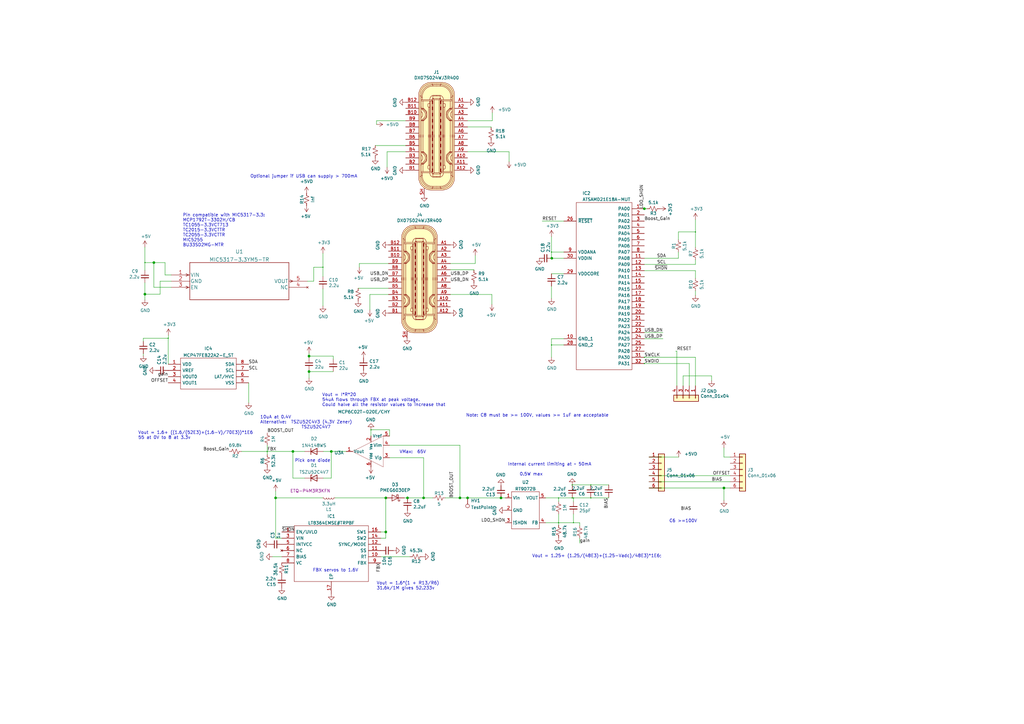
<source format=kicad_sch>
(kicad_sch (version 20231120) (generator "eeschema") (generator_version "8.0")
  (paper "A3")
  (junction (at 264.287 146.558) (diameter 0.3048))
  (junction (at 120.142 185.166))
  (junction (at 235.204 214.376) (diameter 0.3048))
  (junction (at 113.03 204.216))
  (junction (at 126.746 146.05))
  (junction (at 229.108 204.216) (diameter 0.3048))
  (junction (at 158.242 204.216))
  (junction (at 242.316 204.216) (diameter 0.3048))
  (junction (at 234.696 204.216) (diameter 0.3048))
  (junction (at 109.601 185.166) (diameter 0.3048))
  (junction (at 285.242 95.123) (diameter 0.3048))
  (junction (at 229.108 214.376) (diameter 0.3048))
  (junction (at 205.486 204.216))
  (junction (at 296.926 200.152))
  (junction (at 234.696 198.882) (diameter 0.3048))
  (junction (at 63.119 107.696))
  (junction (at 126.746 152.4))
  (junction (at 226.187 141.478) (diameter 0.3048))
  (junction (at 242.316 198.882) (diameter 0.3048))
  (junction (at 158.242 218.186))
  (junction (at 226.187 103.378) (diameter 0.3048))
  (junction (at 264.287 149.098) (diameter 0.3048))
  (junction (at 132.461 109.601) (diameter 0.3048))
  (junction (at 59.436 120.65))
  (junction (at 135.89 185.166))
  (junction (at 173.736 204.216))
  (junction (at 59.436 107.696) (diameter 0.3048))
  (junction (at 226.314 105.918))
  (junction (at 188.6458 204.216))
  (junction (at 264.287 85.598))
  (junction (at 167.132 204.216))
  (junction (at 191.77 204.216))
  (junction (at 152.146 176.276) (diameter 0.3048))
  (junction (at 235.204 204.216) (diameter 0.3048))
  (junction (at 68.961 138.7348) (diameter 0.3048))
  (wire (pts (xy 231.267 141.478) (xy 226.187 141.478)))
  (wire (pts (xy 266.192 187.452) (xy 278.384 187.452)))
  (wire (pts (xy 291.846 154.178) (xy 291.846 156.083)))
  (wire (pts (xy 67.691 107.696) (xy 67.691 112.776)))
  (wire (pts (xy 285.242 146.558) (xy 285.242 158.242)))
  (wire (pts (xy 229.108 214.376) (xy 235.204 214.376)))
  (wire (pts (xy 235.204 214.376) (xy 237.744 214.376)))
  (wire (pts (xy 237.744 214.376) (xy 237.744 215.646)))
  (wire (pts (xy 147.3962 108.077) (xy 147.3962 109.601)))
  (wire (pts (xy 184.7342 120.777) (xy 201.7522 120.777)))
  (wire (pts (xy 234.696 198.882) (xy 234.696 199.136)))
  (wire (pts (xy 296.926 187.452) (xy 299.466 187.452)))
  (wire (pts (xy 231.267 112.268) (xy 226.187 112.268)))
  (wire (pts (xy 109.601 182.626) (xy 109.601 185.166)))
  (wire (pts (xy 159.766 182.626) (xy 188.6458 182.626)))
  (wire (pts (xy 58.801 138.7348) (xy 68.961 138.7348)))
  (wire (pts (xy 173.736 187.706) (xy 173.736 204.216)))
  (wire (pts (xy 264.287 146.558) (xy 285.242 146.558)))
  (wire (pts (xy 277.114 144.018) (xy 277.622 144.018)))
  (wire (pts (xy 278.257 105.918) (xy 278.257 103.378)))
  (wire (pts (xy 278.257 95.123) (xy 278.257 98.298)))
  (wire (pts (xy 226.187 103.378) (xy 231.267 103.378)))
  (wire (pts (xy 158.75 62.23) (xy 158.75 68.58)))
  (wire (pts (xy 222.377 90.678) (xy 231.267 90.678)))
  (wire (pts (xy 264.287 85.598) (xy 265.43 85.598)))
  (wire (pts (xy 264.16 85.598) (xy 264.287 85.598)))
  (wire (pts (xy 194.3862 110.617) (xy 194.3862 110.871)))
  (wire (pts (xy 126.746 146.05) (xy 126.746 144.907)))
  (wire (pts (xy 126.746 146.812) (xy 126.746 146.05)))
  (wire (pts (xy 59.436 107.696) (xy 63.119 107.696)))
  (wire (pts (xy 63.119 107.696) (xy 67.691 107.696)))
  (wire (pts (xy 156.21 220.726) (xy 158.242 220.726)))
  (wire (pts (xy 158.242 220.726) (xy 158.242 218.186)))
  (wire (pts (xy 156.21 218.186) (xy 158.242 218.186)))
  (wire (pts (xy 285.242 95.123) (xy 285.242 101.473)))
  (wire (pts (xy 191.77 49.53) (xy 201.93 49.53)))
  (wire (pts (xy 285.242 121.158) (xy 285.242 119.253)))
  (wire (pts (xy 184.7342 108.077) (xy 194.8942 108.077)))
  (wire (pts (xy 296.926 200.152) (xy 296.926 205.232)))
  (wire (pts (xy 113.03 201.422) (xy 113.03 204.216)))
  (wire (pts (xy 234.696 198.882) (xy 242.316 198.882)))
  (wire (pts (xy 126.746 152.4) (xy 126.746 155.067)))
  (wire (pts (xy 126.746 151.892) (xy 126.746 152.4)))
  (wire (pts (xy 151.7142 120.777) (xy 151.7142 127.127)))
  (wire (pts (xy 201.422 52.07) (xy 201.422 52.324)))
  (wire (pts (xy 249.682 204.216) (xy 249.682 203.962)))
  (wire (pts (xy 242.316 204.216) (xy 249.682 204.216)))
  (wire (pts (xy 191.77 62.23) (xy 208.788 62.23)))
  (wire (pts (xy 264.287 149.098) (xy 282.702 149.098)))
  (wire (pts (xy 223.774 204.216) (xy 229.108 204.216)))
  (wire (pts (xy 229.108 204.216) (xy 234.696 204.216)))
  (wire (pts (xy 280.162 158.242) (xy 280.162 154.178)))
  (wire (pts (xy 152.146 176.276) (xy 152.146 178.816)))
  (wire (pts (xy 201.93 49.53) (xy 201.93 46.228)))
  (wire (pts (xy 264.287 138.938) (xy 271.907 138.938)))
  (wire (pts (xy 208.788 62.23) (xy 208.788 66.294)))
  (wire (pts (xy 266.192 200.152) (xy 296.926 200.152)))
  (wire (pts (xy 99.06 185.166) (xy 109.601 185.166)))
  (wire (pts (xy 153.924 59.69) (xy 166.37 59.69)))
  (wire (pts (xy 296.926 200.152) (xy 299.466 200.152)))
  (wire (pts (xy 113.03 220.726) (xy 115.57 220.726)))
  (wire (pts (xy 264.16 146.558) (xy 264.287 146.558)))
  (wire (pts (xy 205.486 204.216) (xy 207.264 204.216)))
  (wire (pts (xy 285.242 90.043) (xy 285.242 95.123)))
  (wire (pts (xy 68.961 138.7348) (xy 69.088 138.7348)))
  (wire (pts (xy 237.744 220.726) (xy 237.744 222.758)))
  (wire (pts (xy 277.622 158.242) (xy 277.622 144.018)))
  (wire (pts (xy 182.626 204.216) (xy 188.6458 204.216)))
  (wire (pts (xy 191.77 204.216) (xy 205.486 204.216)))
  (wire (pts (xy 188.6458 204.216) (xy 191.77 204.216)))
  (wire (pts (xy 109.601 185.166) (xy 109.601 186.436)))
  (wire (pts (xy 226.187 105.918) (xy 226.187 103.378)))
  (wire (pts (xy 128.651 115.316) (xy 128.651 109.601)))
  (wire (pts (xy 278.257 95.123) (xy 285.242 95.123)))
  (wire (pts (xy 194.8942 108.077) (xy 194.8942 104.775)))
  (wire (pts (xy 223.774 214.376) (xy 229.108 214.376)))
  (wire (pts (xy 59.436 115.951) (xy 59.436 120.65)))
  (wire (pts (xy 59.436 120.65) (xy 59.436 122.936)))
  (wire (pts (xy 264.287 110.998) (xy 285.242 110.998)))
  (wire (pts (xy 285.242 108.458) (xy 285.242 106.553)))
  (wire (pts (xy 285.242 110.998) (xy 285.242 114.173)))
  (wire (pts (xy 113.03 204.216) (xy 113.03 220.726)))
  (wire (pts (xy 132.588 196.088) (xy 135.89 196.088)))
  (wire (pts (xy 135.89 196.088) (xy 135.89 185.166)))
  (wire (pts (xy 226.187 97.028) (xy 226.187 103.378)))
  (wire (pts (xy 168.148 228.346) (xy 156.21 228.346)))
  (wire (pts (xy 126.746 152.4) (xy 136.652 152.4)))
  (wire (pts (xy 147.3962 108.077) (xy 159.3342 108.077)))
  (wire (pts (xy 266.192 195.072) (xy 299.466 195.072)))
  (wire (pts (xy 128.651 109.601) (xy 132.461 109.601)))
  (wire (pts (xy 58.801 145.8468) (xy 58.801 145.0848)))
  (wire (pts (xy 132.461 109.601) (xy 132.461 113.411)))
  (wire (pts (xy 126.111 115.316) (xy 128.651 115.316)))
  (wire (pts (xy 70.231 112.776) (xy 67.691 112.776)))
  (wire (pts (xy 191.77 52.07) (xy 201.422 52.07)))
  (wire (pts (xy 159.766 187.706) (xy 173.736 187.706)))
  (wire (pts (xy 101.981 157.0228) (xy 101.981 165.1508)))
  (wire (pts (xy 154.432 49.53) (xy 166.37 49.53)))
  (wire (pts (xy 152.146 176.276) (xy 159.766 176.276)))
  (wire (pts (xy 154.432 49.53) (xy 154.432 51.054)))
  (wire (pts (xy 226.187 141.478) (xy 226.187 146.558)))
  (wire (pts (xy 146.8882 118.237) (xy 159.3342 118.237)))
  (wire (pts (xy -142.494 55.372) (xy -142.494 61.976)))
  (wire (pts (xy 264.16 149.098) (xy 264.287 149.098)))
  (wire (pts (xy 159.766 178.816) (xy 159.766 176.276)))
  (wire (pts (xy 226.187 117.348) (xy 226.187 122.428)))
  (wire (pts (xy 229.108 210.82) (xy 229.108 214.376)))
  (wire (pts (xy 229.108 214.376) (xy 229.108 215.392)))
  (wire (pts (xy 109.601 185.166) (xy 120.142 185.166)))
  (wire (pts (xy 120.142 185.166) (xy 124.968 185.166)))
  (wire (pts (xy 296.926 187.452) (xy 296.926 183.642)))
  (wire (pts (xy 58.801 140.0048) (xy 58.801 138.7348)))
  (wire (pts (xy 59.436 107.696) (xy 59.436 110.871)))
  (wire (pts (xy 113.03 204.216) (xy 132.334 204.216)))
  (wire (pts (xy 120.142 196.088) (xy 120.142 185.166)))
  (wire (pts (xy 124.968 196.088) (xy 120.142 196.088)))
  (wire (pts (xy 158.242 204.216) (xy 158.242 218.186)))
  (wire (pts (xy 151.7142 120.777) (xy 159.3342 120.777)))
  (wire (pts (xy 280.162 154.178) (xy 291.846 154.178)))
  (wire (pts (xy 59.436 101.346) (xy 59.436 107.696)))
  (wire (pts (xy 264.287 136.398) (xy 271.907 136.398)))
  (wire (pts (xy 135.89 185.166) (xy 141.986 185.166)))
  (wire (pts (xy 132.588 185.166) (xy 135.89 185.166)))
  (wire (pts (xy 282.702 158.242) (xy 282.702 149.098)))
  (wire (pts (xy 231.267 105.918) (xy 226.314 105.918)))
  (wire (pts (xy 226.314 105.918) (xy 226.187 105.918)))
  (wire (pts (xy 63.119 117.856) (xy 63.119 107.696)))
  (wire (pts (xy 70.231 117.856) (xy 63.119 117.856)))
  (wire (pts (xy 137.414 204.216) (xy 158.242 204.216)))
  (wire (pts (xy 68.961 149.4028) (xy 68.961 138.7348)))
  (wire (pts (xy 235.204 204.216) (xy 242.316 204.216)))
  (wire (pts (xy 242.316 204.216) (xy 242.316 203.962)))
  (wire (pts (xy 234.696 204.216) (xy 235.204 204.216)))
  (wire (pts (xy 242.316 198.882) (xy 249.682 198.882)))
  (wire (pts (xy 184.7342 110.617) (xy 194.3862 110.617)))
  (wire (pts (xy 264.287 105.918) (xy 278.257 105.918)))
  (wire (pts (xy 226.187 138.938) (xy 226.187 141.478)))
  (wire (pts (xy 158.75 62.23) (xy 166.37 62.23)))
  (wire (pts (xy 231.267 138.938) (xy 226.187 138.938)))
  (wire (pts (xy 65.659 115.316) (xy 65.659 120.65)))
  (wire (pts (xy 70.231 115.316) (xy 65.659 115.316)))
  (wire (pts (xy 59.436 120.65) (xy 65.659 120.65)))
  (wire (pts (xy 264.16 113.284) (xy 264.16 113.538)))
  (wire (pts (xy 264.16 113.538) (xy 264.287 113.538)))
  (wire (pts (xy 136.652 146.05) (xy 126.746 146.05)))
  (wire (pts (xy 136.652 147.32) (xy 136.652 146.05)))
  (wire (pts (xy 201.7522 120.777) (xy 201.7522 124.841)))
  (wire (pts (xy 235.204 210.82) (xy 235.204 214.376)))
  (wire (pts (xy 132.461 103.886) (xy 132.461 109.601)))
  (wire (pts (xy 188.6458 182.626) (xy 188.6458 204.216)))
  (wire (pts (xy 266.192 197.612) (xy 299.466 197.612)))
  (wire (pts (xy 111.76 228.346) (xy 115.57 228.346)))
  (wire (pts (xy 132.461 118.491) (xy 132.461 125.476)))
  (wire (pts (xy 229.108 204.216) (xy 229.108 205.74)))
  (wire (pts (xy 69.088 138.7348) (xy 69.088 137.4648)))
  (wire (pts (xy 235.204 204.216) (xy 235.204 205.74)))
  (wire (pts (xy 167.132 204.216) (xy 173.736 204.216)))
  (wire (pts (xy 173.736 204.216) (xy 177.546 204.216)))
  (wire (pts (xy 165.862 204.216) (xy 167.132 204.216)))
  (wire (pts (xy 264.287 108.458) (xy 285.242 108.458)))
  (text "Vout = 1.6*(1 + R13/R6)\n31.6k/1M gives 52.233v\n" (at 154.432 242.062 0) (effects (font (size 1.27 1.27)) (justify left bottom)))
  (text "Note: C8 must be >= 100V, values >= 1uF are acceptable" (at 249.682 171.196 0) (effects (font (size 1.27 1.27)) (justify right bottom)))
  (text "Optional jumper if USB can supply > 700mA" (at 102.616 73.152 0) (effects (font (size 1.27 1.27)) (justify left bottom)))
  (text "Vout = I*R*20\n54uA flows through FBX at peak voltage.  \nCould halve all the resistor values to increase that" (at 132.08 166.878 0) (effects (font (size 1.27 1.27)) (justify left bottom)))
  (text "Pick one diode" (at 120.904 189.738 0) (effects (font (size 1.27 1.27)) (justify left bottom)))
  (text "Internal current limiting at ~ 50mA" (at 208.28 191.262 0) (effects (font (size 1.27 1.27)) (justify left bottom)))
  (text "Pin compatible with MIC5317-3.3:\nMCP1792T-3302H/CB\nTC1055-3.3VCT713\nTC2015-3.3VCTTR\nTC2055-3.3VCTTR\nMIC5255\nBU33SD2MG-MTR" (at 74.93 101.346 0) (effects (font (size 1.27 1.27)) (justify left bottom)))
  (text "20x version?" (at -53.34 38.1 0) (effects (font (size 1.27 1.27)) (justify left bottom)))
  (text "0.5W max" (at 213.106 195.326 0) (effects (font (size 1.27 1.27)) (justify left bottom)))
  (text "10uA at 0.4V\nAlternative:  TSZU52C4V3 (4.3V Zener) \n			  TSZU52C4V7 " (at 106.68 176.022 0) (effects (font (size 1.27 1.27)) (justify left bottom)))
  (text "C6 >=100V" (at 274.447 214.503 0) (effects (font (size 1.27 1.27)) (justify left bottom)))
  (text "Vout = 1.25+ (1.25/(48E3)+(1.25-Vadc)/48E3)*1E6;" (at 218.186 228.854 0) (effects (font (size 1.27 1.27)) (justify left bottom)))
  (text "VMax:  65V" (at 163.83 186.182 0) (effects (font (size 1.27 1.27)) (justify left bottom)))
  (text "Vout = 1.6+ ((1.6/(52E3)+(1.6-V)/70E3))*1E6\n55 at 0V to 8 at 3.3v" (at 56.642 180.34 0) (effects (font (size 1.27 1.27)) (justify left bottom)))
  (text "FBX servos to 1.6V" (at 128.27 234.696 0) (effects (font (size 1.27 1.27)) (justify left bottom)))
  (label "USB_DN" (at 264.287 136.398 0))
  (label "FBX" (at 156.21 230.886 270))
  (label "BOOST_OUT" (at 109.601 177.546 0))
  (label "RESET" (at 222.377 90.678 0))
  (label "~{SHDN}" (at 273.812 110.998 180))
  (label "LDO_SHDN" (at 264.16 85.598 90))
  (label "SDA" (at 101.981 149.4028 0))
  (label "Boost_Gain" (at 93.98 185.166 180))
  (label "BIAS" (at 249.6664 204.216 270))
  (label "~{SHDN}" (at 115.57 218.186 0))
  (label "SWCLK" (at 264.287 146.558 0))
  (label "SCL" (at 273.177 108.458 180))
  (label "BIAS" (at 291.846 197.612 0))
  (label "USB_DN" (at 184.7342 115.697 0))
  (label "FBX" (at 109.601 185.166 0))
  (label "BIAS" (at 279.146 209.55 0))
  (label "RESET" (at 277.622 144.018 0))
  (label "OFFSET" (at 68.961 157.0228 180))
  (label "SCL" (at 101.981 151.9428 0))
  (label "Boost_Gain" (at 264.287 90.678 0))
  (label "USB_DP" (at 159.3342 115.697 180))
  (label "BOOST_OUT" (at 186.182 204.216 90))
  (label "OFFSET" (at 292.354 195.072 0))
  (label "gain" (at 237.744 222.758 0))
  (label "LDO_SHDN" (at 207.264 214.376 180))
  (label "USB_DN" (at 159.3342 113.157 180))
  (label "USB_DP" (at 264.287 138.938 0))
  (label "USB_DP" (at 184.7342 113.157 0))
  (label "gain" (at 68.961 154.4828 180))
  (label "SWDIO" (at 264.287 149.098 0))
  (label "SDA" (at 273.177 105.918 180))
  (symbol (lib_id "ATSAMD21E18A-AFT:ATSAMD21E18A-AFT") (at 231.267 98.298 0) (unit 1)
    (property "Reference" "IC2" (at 238.887 79.248 0) (effects (justify left)))
    (property "Value" "ATSAMD21E18A-MUT" (at 238.887 81.788 0) (effects (justify left)))
    (property "Footprint" "QFN-32-1EP_5x5mm_Pitch0.5mm" (effects (hide yes)))
    (property "Datasheet" "http://www.microchip.com/mymicrochip/filehandler.aspx?ddocname=en590209" (effects (hide yes)))
    (property "Description" "ARM Microcontrollers - MCU Cortex-M0+,64KB FLASH,8KB SRAM T&R, - 32TQFP 125C, GREEN,1.6-3.6V,48MHz" (effects (hide yes)))
    (property "Height" "1.2" (effects (hide yes)))
    (property "Manufacturer_Name" "Microchip" (effects (hide yes)))
    (property "Manufacturer_Part_Number" "ATSAMD21E18A-AFT" (effects (hide yes)))
    (property "Arrow Part Number" "ATSAMD21E18A-AFT" (effects (hide yes)))
    (property "Arrow Price/Stock" "https://www.arrow.com/en/products/atsamd21e18a-aft/microchip-technology" (effects (hide yes)))
  )
  (symbol (lib_id "power:GND") (at 226.187 146.558 0) (unit 1)
    (property "Reference" "#PWR0112" (effects (hide yes)))
    (property "Value" "GND" (at 226.314 150.9522 0))
  )
  (symbol (lib_id "power:+3V3") (at 226.187 97.028 0) (unit 1)
    (property "Reference" "#PWR0113" (effects (hide yes)))
    (property "Value" "+3V3" (at 226.568 92.6338 0))
  )
  (symbol (lib_id "Device:C_Small") (at 226.187 114.808 0) (unit 1)
    (property "Reference" "C7" (at 228.5238 113.6396 0) (effects (justify left)))
    (property "Value" "2.2u" (at 228.5238 115.951 0) (effects (justify left)))
    (property "Footprint" "C_0402_1005Metric" (effects (hide yes)))
  )
  (symbol (lib_id "power:GND") (at 226.187 122.428 0) (unit 1)
    (property "Reference" "#PWR0114" (effects (hide yes)))
    (property "Value" "GND" (at 226.314 126.8222 0))
  )
  (symbol (lib_id "power:GND") (at 291.846 156.083 0) (unit 1)
    (property "Reference" "#PWR0116" (effects (hide yes)))
    (property "Value" "GND" (at 291.973 160.4772 0))
  )
  (symbol (lib_id "power:+5V") (at 126.746 144.907 0) (mirror y) (unit 1)
    (property "Reference" "#PWR0101" (effects (hide yes)))
    (property "Value" "+5V" (at 126.365 140.5128 0))
  )
  (symbol (lib_id "Device:C_Small") (at 126.746 149.352 0) (unit 1)
    (property "Reference" "C4" (at 129.0828 148.1836 0) (effects (justify left)))
    (property "Value" "22u" (at 129.0828 150.495 0) (effects (justify left)))
    (property "Footprint" "footprints:C_0603_1608Metric" (effects (hide yes)))
    (property "Voltage" "10V" (effects (hide yes)))
  )
  (symbol (lib_id "power:GND") (at 126.746 155.067 0) (unit 1)
    (property "Reference" "#PWR0102" (effects (hide yes)))
    (property "Value" "GND" (at 126.873 159.4612 0))
  )
  (symbol (lib_id "power:GND") (at 234.696 198.882 180) (unit 1)
    (property "Reference" "#PWR0103" (effects (hide yes)))
    (property "Value" "GND" (at 234.569 194.4878 0))
  )
  (symbol (lib_id "Device:C_Small") (at 167.132 206.756 0) (unit 1)
    (property "Reference" "C8" (at 169.4688 205.5876 0) (effects (justify left)))
    (property "Value" "2.2uF" (at 169.469 207.899 0) (effects (justify left)))
    (property "Footprint" "Capacitor_SMD:C_1206_3216Metric" (effects (hide yes)))
    (property "Voltage" "100V" (effects (hide yes)))
  )
  (symbol (lib_id "power:GND") (at 167.132 209.296 0) (unit 1)
    (property "Reference" "#PWR0105" (effects (hide yes)))
    (property "Value" "GND" (at 167.259 213.6902 0))
  )
  (symbol (lib_id "power:GND") (at 296.926 205.232 0) (unit 1)
    (property "Reference" "#PWR0123" (effects (hide yes)))
    (property "Value" "GND" (at 297.053 209.6262 0))
  )
  (symbol (lib_id "power:+5V") (at 296.926 183.642 0) (unit 1)
    (property "Reference" "#PWR0124" (effects (hide yes)))
    (property "Value" "+5V" (at 297.307 179.2478 0))
  )
  (symbol (lib_id "Connector_Generic:Conn_01x06") (at 304.546 192.532 0) (unit 1)
    (property "Reference" "J3" (at 306.578 192.7352 0) (effects (justify left)))
    (property "Value" "Conn_01x06" (at 306.578 195.0466 0) (effects (justify left)))
    (property "Footprint" "footprints:PinHeader_2x03_P2.54mm_Vertical" (effects (hide yes)))
  )
  (symbol (lib_id "Device:R_Small_US") (at 146.8882 120.777 0) (mirror y) (unit 1)
    (property "Reference" "R8" (at 145.161 119.6086 0) (effects (justify left)))
    (property "Value" "5.1k" (at 145.161 121.92 0) (effects (justify left)))
    (property "Footprint" "R_0402_1005Metric" (effects (hide yes)))
  )
  (symbol (lib_id "Device:R_Small_US") (at 194.3862 113.411 0) (unit 1)
    (property "Reference" "R9" (at 196.1134 112.2426 0) (effects (justify left)))
    (property "Value" "5.1k" (at 196.1134 114.554 0) (effects (justify left)))
    (property "Footprint" "R_0402_1005Metric" (effects (hide yes)))
  )
  (symbol (lib_id "Device:R_Small_US") (at 278.257 100.838 0) (unit 1)
    (property "Reference" "R1" (at 276.352 100.838 90))
    (property "Value" "5.1k" (at 280.797 100.838 90))
    (property "Footprint" "R_0402_1005Metric" (effects (hide yes)))
  )
  (symbol (lib_id "Device:R_Small_US") (at 285.242 104.013 0) (unit 1)
    (property "Reference" "R7" (at 283.337 104.013 90))
    (property "Value" "5.1k" (at 287.782 104.013 90))
    (property "Footprint" "R_0402_1005Metric" (effects (hide yes)))
  )
  (symbol (lib_id "power:+3V3") (at 285.242 90.043 0) (unit 1)
    (property "Reference" "#PWR0115" (effects (hide yes)))
    (property "Value" "+3V3" (at 285.623 85.6488 0))
  )
  (symbol (lib_id "Device:R_Small_US") (at 285.242 116.713 0) (unit 1)
    (property "Reference" "R10" (at 283.337 116.713 90))
    (property "Value" "5.1k" (at 287.782 116.713 90))
    (property "Footprint" "R_0402_1005Metric" (effects (hide yes)))
  )
  (symbol (lib_id "power:GND") (at 285.242 121.158 0) (unit 1)
    (property "Reference" "#PWR0125" (effects (hide yes)))
    (property "Value" "GND" (at 285.369 125.5522 0))
  )
  (symbol (lib_id "dk_USB-DVI-HDMI-Connectors:DX07S024WJ3R400") (at 172.0342 114.427 0) (unit 1)
    (property "Reference" "J4" (at 172.0342 88.138 0))
    (property "Value" "DX07S024WJ3R400" (at 172.0342 90.4494 0))
    (property "Footprint" "digikey-footprints:USB-C_Female_Vert_DX07S024WJ3R400" (effects (hide yes)))
    (property "Datasheet" "https://www.jae.com/direct/topics/topics_file_download/topics_id=66513&ext_no=06&index=1&_lang=en" (effects (hide yes)))
    (property "Description" "CONN RCPT USB3.1 TYPEC 24POS SMD" (effects (hide yes)))
    (property "Digi-Key_PN" "670-2950-1-ND" (effects (hide yes)))
    (property "MPN" "DX07S024WJ3R400" (effects (hide yes)))
    (property "Category" "Connectors, Interconnects" (effects (hide yes)))
    (property "Family" "USB, DVI, HDMI Connectors" (effects (hide yes)))
    (property "DK_Datasheet_Link" "https://www.jae.com/direct/topics/topics_file_download/topics_id=66513&ext_no=06&index=1&_lang=en" (effects (hide yes)))
    (property "DK_Detail_Page" "/product-detail/en/jae-electronics/DX07S024WJ3R400/670-2950-1-ND/6594046" (effects (hide yes)))
    (property "Manufacturer" "JAE Electronics" (effects (hide yes)))
    (property "Status" "Active" (effects (hide yes)))
  )
  (symbol (lib_id "power:GND") (at 166.9542 138.557 0) (unit 1)
    (property "Reference" "#PWR0110" (effects (hide yes)))
    (property "Value" "GND" (at 167.0812 142.9512 0))
  )
  (symbol (lib_id "power:+5V") (at 151.7142 127.127 180) (unit 1)
    (property "Reference" "#PWR0111" (effects (hide yes)))
    (property "Value" "+5V" (at 151.3332 131.5212 0))
  )
  (symbol (lib_id "power:GND") (at 146.8882 123.317 0) (unit 1)
    (property "Reference" "#PWR0128" (effects (hide yes)))
    (property "Value" "GND" (at 147.0152 127.7112 0))
  )
  (symbol (lib_id "power:GND") (at 194.3862 115.951 0) (unit 1)
    (property "Reference" "#PWR0129" (effects (hide yes)))
    (property "Value" "GND" (at 194.5132 120.3452 0))
  )
  (symbol (lib_id "power:+5V") (at 194.8942 104.775 0) (unit 1)
    (property "Reference" "#PWR0130" (effects (hide yes)))
    (property "Value" "+5V" (at 195.2752 100.3808 0))
  )
  (symbol (lib_id "power:+5V") (at 201.7522 124.841 180) (unit 1)
    (property "Reference" "#PWR0131" (effects (hide yes)))
    (property "Value" "+5V" (at 201.3712 129.2352 0))
  )
  (symbol (lib_id "power:GND") (at 184.7342 128.397 90) (unit 1)
    (property "Reference" "#PWR0132" (effects (hide yes)))
    (property "Value" "GND" (at 189.1284 128.27 0))
  )
  (symbol (lib_id "power:GND") (at 184.7342 100.457 90) (unit 1)
    (property "Reference" "#PWR0133" (effects (hide yes)))
    (property "Value" "GND" (at 189.1284 100.33 0))
  )
  (symbol (lib_id "power:GND") (at 159.3342 100.457 270) (unit 1)
    (property "Reference" "#PWR0134" (effects (hide yes)))
    (property "Value" "GND" (at 154.94 100.584 0))
  )
  (symbol (lib_id "power:GND") (at 159.3342 128.397 270) (unit 1)
    (property "Reference" "#PWR0135" (effects (hide yes)))
    (property "Value" "GND" (at 154.94 128.524 0))
  )
  (symbol (lib_id "power:+5V") (at 147.3962 109.601 180) (unit 1)
    (property "Reference" "#PWR0118" (effects (hide yes)))
    (property "Value" "+5V" (at 147.0152 113.9952 0))
  )
  (symbol (lib_name "Device:R_Small_US_4") (lib_id "Device:R_Small_US") (at 115.57 233.426 180) (unit 1)
    (property "Reference" "R11" (at 117.475 233.426 90))
    (property "Value" "36.5k" (at 113.03 233.426 90))
    (property "Footprint" "R_0402_1005Metric" (effects (hide yes)))
  )
  (symbol (lib_id "power:+5VD") (at 158.75 68.58 180) (unit 1)
    (property "Reference" "#PWR0151" (effects (hide yes)))
    (property "Value" "+5VD" (at 155.956 73.152 0) (effects (justify right)))
  )
  (symbol (lib_id "Device:C_Small") (at 136.652 149.86 0) (unit 1)
    (property "Reference" "C1" (at 138.9888 148.6916 0) (effects (justify left)))
    (property "Value" "22u" (at 138.9888 151.003 0) (effects (justify left)))
    (property "Footprint" "footprints:C_0603_1608Metric" (effects (hide yes)))
    (property "Voltage" "10V" (effects (hide yes)))
  )
  (symbol (lib_id "power:GND") (at 201.422 57.404 0) (unit 1)
    (property "Reference" "#PWR0126" (effects (hide yes)))
    (property "Value" "GND" (at 201.549 61.7982 0))
  )
  (symbol (lib_id "power:GND") (at 173.99 80.01 0) (unit 1)
    (property "Reference" "#PWR0146" (effects (hide yes)))
    (property "Value" "GND" (at 174.117 84.4042 0))
  )
  (symbol (lib_name "power:GND_4") (lib_id "power:GND") (at 161.29 225.806 90) (unit 1)
    (property "Reference" "#PWR09" (effects (hide yes)))
    (property "Value" "GND" (at 165.6842 225.679 0))
  )
  (symbol (lib_name "power:+5V_5") (lib_id "power:+5V") (at 152.146 191.516 180) (unit 1)
    (property "Reference" "#PWR08" (effects (hide yes)))
    (property "Value" "+5V" (at 151.765 195.9102 0))
  )
  (symbol (lib_name "power:GND_16") (lib_id "power:GND") (at 152.146 176.276 180) (unit 1)
    (property "Reference" "#PWR07" (effects (hide yes)))
    (property "Value" "GND" (at 152.019 172.1358 0))
  )
  (symbol (lib_id "Connector_Generic:Conn_01x04") (at 282.702 163.322 270) (unit 1)
    (property "Reference" "J2" (at 287.2741 160.1406 90) (effects (justify left)))
    (property "Value" "Conn_01x04" (at 287.2741 162.4393 90) (effects (justify left)))
    (property "Footprint" "Connector_PinHeader_2.54mm:PinHeader_1x04_P2.54mm_Vertical_SMD_Pin1Right" (effects (hide yes)))
  )
  (symbol (lib_name "Device:C_Small_7") (lib_id "Device:C_Small") (at 113.03 223.266 90) (unit 1)
    (property "Reference" "C3" (at 111.8616 220.9292 0) (effects (justify left)))
    (property "Value" "1u" (at 114.173 220.9292 0) (effects (justify left)))
    (property "Footprint" "footprints:C_0402_1005Metric" (effects (hide yes)))
  )
  (symbol (lib_name "Device:R_Small_US_4") (lib_id "Device:R_Small_US") (at 96.52 185.166 90) (unit 1)
    (property "Reference" "R2" (at 96.52 187.071 90))
    (property "Value" "69.8k" (at 96.52 182.626 90))
    (property "Footprint" "R_0402_1005Metric" (effects (hide yes)))
  )
  (symbol (lib_id "Device:C_Small") (at 249.682 201.422 180) (unit 1)
    (property "Reference" "C11" (at 247.3452 202.5904 0) (effects (justify left)))
    (property "Value" "2.2uF" (at 247.345 200.279 0) (effects (justify left)))
    (property "Footprint" "Capacitor_SMD:C_1206_3216Metric" (effects (hide yes)))
    (property "Voltage" "100V" (effects (hide yes)))
  )
  (symbol (lib_id "power:GND") (at 191.77 69.85 90) (unit 1)
    (property "Reference" "#PWR0117" (effects (hide yes)))
    (property "Value" "GND" (at 196.1642 69.723 0))
  )
  (symbol (lib_name "power:+5V_5") (lib_id "power:+5V") (at 113.03 201.422 0) (unit 1)
    (property "Reference" "#PWR04" (effects (hide yes)))
    (property "Value" "+5V" (at 113.411 197.0278 0))
  )
  (symbol (lib_name "power:GND_1") (lib_id "power:GND") (at 109.601 191.516 0) (unit 1)
    (property "Reference" "#PWR01" (effects (hide yes)))
    (property "Value" "GND" (at 109.728 195.9102 0))
  )
  (symbol (lib_id "MCP47FEB:LT8364EMSE#TRPBF") (at 115.57 218.186 0) (unit 1)
    (property "Reference" "IC1" (at 135.89 211.7302 0))
    (property "Value" "LT8364EMSE#TRPBF" (at 135.89 214.5053 0))
    (property "Footprint" "footprints:LT8364IMSE-PBF" (effects (hide yes)))
    (property "Description" "Switching Voltage Regulators Low IQ Boost/SEPIC/ Inverting Converter with 4A, 60V Switch" (effects (hide yes)))
    (property "Height" "1.1" (effects (hide yes)))
    (property "Mouser Part Number" "584-LT8364EMSETRPBF" (effects (hide yes)))
    (property "Mouser Price/Stock" "https://www.mouser.co.uk/ProductDetail/Analog-Devices-Linear-Technology/LT8364EMSETRPBF?qs=W0yvOO0ixfE%252BchtJ1loGjA%3D%3D" (effects (hide yes)))
    (property "Manufacturer_Name" "Linear Technology" (effects (hide yes)))
    (property "Manufacturer_Part_Number" "LT8364EMSE#TRPBF" (effects (hide yes)))
  )
  (symbol (lib_name "Device:R_Small_US_10") (lib_id "Device:R_Small_US") (at 180.086 204.216 270) (unit 1)
    (property "Reference" "R13" (at 180.086 202.311 90))
    (property "Value" "5" (at 180.086 206.756 90))
    (property "Footprint" "R_0402_1005Metric" (effects (hide yes)))
  )
  (symbol (lib_id "Connector:TestPoint") (at 191.77 204.216 180) (unit 1)
    (property "Reference" "HV1" (at 193.167 205.3394 0) (effects (justify right)))
    (property "Value" "TestPoint" (at 193.167 208.1145 0) (effects (justify right)))
    (property "Footprint" "TestPoint:TestPoint_Pad_D1.0mm" (effects (hide yes)))
  )
  (symbol (lib_name "Device:R_Small_US_1") (lib_id "Device:R_Small_US") (at 109.601 180.086 0) (unit 1)
    (property "Reference" "R4" (at 107.696 180.086 90))
    (property "Value" "1M" (at 112.141 180.086 90))
    (property "Footprint" "R_0402_1005Metric" (effects (hide yes)))
  )
  (symbol (lib_id "Device:R_Small_US") (at 201.422 54.864 0) (unit 1)
    (property "Reference" "R18" (at 203.1492 53.6956 0) (effects (justify left)))
    (property "Value" "5.1k" (at 203.1492 56.007 0) (effects (justify left)))
    (property "Footprint" "R_0402_1005Metric" (effects (hide yes)))
  )
  (symbol (lib_id "power:GND") (at 166.37 41.91 270) (unit 1)
    (property "Reference" "#PWR0144" (effects (hide yes)))
    (property "Value" "GND" (at 161.9758 42.037 0))
  )
  (symbol (lib_id "power:+3V3") (at 270.51 85.598 270) (unit 1)
    (property "Reference" "#PWR0140" (effects (hide yes)))
    (property "Value" "+3V3" (at 274.9042 85.979 0))
  )
  (symbol (lib_id "power:+5V") (at 149.098 146.812 0) (mirror y) (unit 1)
    (property "Reference" "#PWR0104" (effects (hide yes)))
    (property "Value" "+5V" (at 148.717 142.4178 0))
  )
  (symbol (lib_id "power:+5V") (at 59.436 101.346 0) (unit 1)
    (property "Reference" "#PWR0122" (effects (hide yes)))
    (property "Value" "+5V" (at 59.817 96.9518 0))
  )
  (symbol (lib_id "power:+5VD") (at 154.432 51.054 270) (unit 1)
    (property "Reference" "#PWR0149" (effects (hide yes)))
    (property "Value" "+5VD" (at 158.242 51.0539 90) (effects (justify left)))
  )
  (symbol (lib_name "Device:R_Small_US_4") (lib_id "Device:R_Small_US") (at 170.688 228.346 90) (unit 1)
    (property "Reference" "R12" (at 170.688 230.251 90))
    (property "Value" "45.3k" (at 170.688 225.806 90))
    (property "Footprint" "R_0402_1005Metric" (effects (hide yes)))
  )
  (symbol (lib_id "Device:L_Small") (at 134.874 204.216 270) (unit 1)
    (property "Reference" "L1" (at 134.874 208.915 90))
    (property "Value" "3.3uH" (at 134.874 206.604 90))
    (property "Footprint" "footprints:IND_ETQP4M3R3KFN" (effects (hide yes)))
    (property "MPN" "ETQ-P4M3R3KFN" (at 127.254 201.295 90))
  )
  (symbol (lib_id "power:GND") (at 101.981 165.1508 0) (unit 1)
    (property "Reference" "#PWR0107" (effects (hide yes)))
    (property "Value" "GND" (at 102.108 169.545 0))
  )
  (symbol (lib_name "power:GND_4") (lib_id "power:GND") (at 173.228 228.346 90) (unit 1)
    (property "Reference" "#PWR010" (effects (hide yes)))
    (property "Value" "GND" (at 177.6222 228.219 0))
  )
  (symbol (lib_id "Device:C_Small") (at 235.204 208.28 0) (unit 1)
    (property "Reference" "C12" (at 237.5408 207.1116 0) (effects (justify left)))
    (property "Value" "25pF" (at 237.5408 209.423 0) (effects (justify left)))
    (property "Footprint" "C_0402_1005Metric" (effects (hide yes)))
  )
  (symbol (lib_id "power:+5VD") (at 125.73 79.248 0) (unit 1)
    (property "Reference" "#PWR0148" (effects (hide yes)))
    (property "Value" "+5VD" (at 125.73 74.422 0))
  )
  (symbol (lib_id "power:GND") (at 63.881 151.9428 270) (unit 1)
    (property "Reference" "#PWR0141" (effects (hide yes)))
    (property "Value" "GND" (at 59.4868 152.0698 0))
  )
  (symbol (lib_id "Device:R_Small_US") (at 237.744 218.186 0) (unit 1)
    (property "Reference" "R16" (at 235.839 218.186 90))
    (property "Value" "48.7k" (at 240.284 218.186 90))
    (property "Footprint" "R_0402_1005Metric" (effects (hide yes)))
  )
  (symbol (lib_id "power:GND") (at 229.108 220.472 0) (unit 1)
    (property "Reference" "#PWR0138" (effects (hide yes)))
    (property "Value" "GND" (at 229.235 224.8662 0))
  )
  (symbol (lib_id "power:+5VD") (at 201.93 46.228 0) (unit 1)
    (property "Reference" "#PWR0143" (effects (hide yes)))
    (property "Value" "+5VD" (at 204.216 44.9579 0) (effects (justify left)))
  )
  (symbol (lib_name "power:GND_3") (lib_id "power:GND") (at 111.76 228.346 270) (mirror x) (unit 1)
    (property "Reference" "#PWR03" (effects (hide yes)))
    (property "Value" "GND" (at 107.3658 228.219 0))
  )
  (symbol (lib_id "power:GND") (at 221.234 105.918 0) (unit 1)
    (property "Reference" "#PWR0136" (effects (hide yes)))
    (property "Value" "GND" (at 221.361 110.3122 0))
  )
  (symbol (lib_name "power:GND_3") (lib_id "power:GND") (at 110.49 223.266 270) (mirror x) (unit 1)
    (property "Reference" "#PWR02" (effects (hide yes)))
    (property "Value" "GND" (at 106.0958 223.139 0))
  )
  (symbol (lib_id "power:+5VD") (at 278.384 187.452 0) (unit 1)
    (property "Reference" "#PWR0152" (effects (hide yes)))
    (property "Value" "+5VD" (at 280.67 186.1819 0) (effects (justify left)))
  )
  (symbol (lib_name "Device:R_Small_US_4") (lib_id "Device:R_Small_US") (at 109.601 188.976 0) (unit 1)
    (property "Reference" "R6" (at 107.696 188.976 90))
    (property "Value" "52.3k" (at 112.141 188.976 90))
    (property "Footprint" "R_0402_1005Metric" (effects (hide yes)))
  )
  (symbol (lib_id "Diode:PMEG6010CEJ") (at 162.052 204.216 180) (unit 1)
    (property "Reference" "D3" (at 162.052 198.7612 0))
    (property "Value" "PMEG6030EP" (at 162.052 201.0599 0))
    (property "Footprint" "Diode_SMD:D_SOD-128" (effects (hide yes)))
    (property "Datasheet" "https://assets.nexperia.com/documents/data-sheet/PMEG6010CEH_PMEG6010CEJ.pdf" (effects (hide yes)))
  )
  (symbol (lib_id "power:GND") (at 149.098 151.892 0) (unit 1)
    (property "Reference" "#PWR0106" (effects (hide yes)))
    (property "Value" "GND" (at 149.225 156.2862 0))
  )
  (symbol (lib_id "power:GND") (at 166.37 69.85 270) (unit 1)
    (property "Reference" "#PWR0145" (effects (hide yes)))
    (property "Value" "GND" (at 161.9758 69.977 0))
  )
  (symbol (lib_id "power:GND") (at 153.924 64.77 0) (unit 1)
    (property "Reference" "#PWR0150" (effects (hide yes)))
    (property "Value" "GND" (at 154.051 69.1642 0))
  )
  (symbol (lib_id "dk_USB-DVI-HDMI-Connectors:DX07S024WJ3R400") (at 179.07 55.88 0) (unit 1)
    (property "Reference" "J1" (at 179.07 29.591 0))
    (property "Value" "DX07S024WJ3R400" (at 179.07 31.9024 0))
    (property "Footprint" "footprints:USB-C_Female_Vert_DX07S024WJ3R400" (effects (hide yes)))
    (property "Datasheet" "https://www.jae.com/direct/topics/topics_file_download/topics_id=66513&ext_no=06&index=1&_lang=en" (effects (hide yes)))
    (property "Description" "CONN RCPT USB3.1 TYPEC 24POS SMD" (effects (hide yes)))
    (property "Digi-Key_PN" "670-2950-1-ND" (effects (hide yes)))
    (property "MPN" "DX07S024WJ3R400" (effects (hide yes)))
    (property "Category" "Connectors, Interconnects" (effects (hide yes)))
    (property "Family" "USB, DVI, HDMI Connectors" (effects (hide yes)))
    (property "DK_Datasheet_Link" "https://www.jae.com/direct/topics/topics_file_download/topics_id=66513&ext_no=06&index=1&_lang=en" (effects (hide yes)))
    (property "DK_Detail_Page" "/product-detail/en/jae-electronics/DX07S024WJ3R400/670-2950-1-ND/6594046" (effects (hide yes)))
    (property "Manufacturer" "JAE Electronics" (effects (hide yes)))
    (property "Status" "Active" (effects (hide yes)))
  )
  (symbol (lib_id "power:+5VD") (at 208.788 66.294 180) (unit 1)
    (property "Reference" "#PWR0127" (effects (hide yes)))
    (property "Value" "+5VD" (at 210.566 67.5639 0) (effects (justify right)))
  )
  (symbol (lib_id "Device:C_Small") (at 66.421 151.9428 90) (unit 1)
    (property "Reference" "C14" (at 65.2526 149.606 0) (effects (justify left)))
    (property "Value" "2.2u" (at 67.564 149.606 0) (effects (justify left)))
    (property "Footprint" "C_0402_1005Metric" (effects (hide yes)))
  )
  (symbol (lib_id "Device:C_Small") (at 223.774 105.918 90) (unit 1)
    (property "Reference" "C18" (at 222.6056 103.5812 0) (effects (justify left)))
    (property "Value" "2.2u" (at 224.917 103.5812 0) (effects (justify left)))
    (property "Footprint" "C_0402_1005Metric" (effects (hide yes)))
  )
  (symbol (lib_id "Connector_Generic:Conn_01x06") (at 271.272 192.532 0) (unit 1)
    (property "Reference" "J5" (at 273.304 192.7352 0) (effects (justify left)))
    (property "Value" "Conn_01x06" (at 273.304 195.0466 0) (effects (justify left)))
    (property "Footprint" "footprints:PinHeader_2x03_P2.54mm_Vertical" (effects (hide yes)))
  )
  (symbol (lib_id "Device:C_Small") (at 242.316 201.422 180) (unit 1)
    (property "Reference" "C6" (at 239.9792 202.5904 0) (effects (justify left)))
    (property "Value" "2.2uF" (at 239.979 200.279 0) (effects (justify left)))
    (property "Footprint" "Capacitor_SMD:C_1206_3216Metric" (effects (hide yes)))
    (property "Voltage" "100V" (effects (hide yes)))
  )
  (symbol (lib_id "power:GND") (at 207.264 209.296 270) (unit 1)
    (property "Reference" "#PWR0137" (effects (hide yes)))
    (property "Value" "GND" (at 202.8698 209.423 0))
  )
  (symbol (lib_id "Device:C_Small") (at 132.461 115.951 0) (unit 1)
    (property "Reference" "C10" (at 134.7978 114.7826 0) (effects (justify left)))
    (property "Value" "2.2u" (at 134.7978 117.094 0) (effects (justify left)))
    (property "Footprint" "C_0402_1005Metric" (effects (hide yes)))
  )
  (symbol (lib_id "power:+3V3") (at 69.088 137.4648 0) (unit 1)
    (property "Reference" "#PWR0109" (effects (hide yes)))
    (property "Value" "+3V3" (at 69.469 133.0706 0))
  )
  (symbol (lib_id "sipm:RT9072B") (at 216.154 209.296 0) (unit 1)
    (property "Reference" "U2" (at 215.519 197.7602 0))
    (property "Value" "RT9072B" (at 215.519 200.5353 0))
    (property "Footprint" "Package_TO_SOT_SMD:SOT-23-5" (effects (hide yes)))
  )
  (symbol (lib_id "power:GND") (at 59.436 122.936 0) (unit 1)
    (property "Reference" "#PWR0121" (effects (hide yes)))
    (property "Value" "GND" (at 59.563 127.3302 0))
  )
  (symbol (lib_id "Device:C_Small") (at 149.098 149.352 0) (unit 1)
    (property "Reference" "C17" (at 151.4348 148.1836 0) (effects (justify left)))
    (property "Value" "2.2u" (at 151.4348 150.495 0) (effects (justify left)))
    (property "Footprint" "C_0402_1005Metric" (effects (hide yes)))
  )
  (symbol (lib_id "Device:C_Small") (at 234.696 201.676 180) (unit 1)
    (property "Reference" "C5" (at 232.3592 202.8444 0) (effects (justify left)))
    (property "Value" "2.2uF" (at 232.359 200.533 0) (effects (justify left)))
    (property "Footprint" "Capacitor_SMD:C_1206_3216Metric" (effects (hide yes)))
    (property "Voltage" "100V" (effects (hide yes)))
  )
  (symbol (lib_name "power:GND_4") (lib_id "power:GND") (at 135.89 243.586 0) (unit 1)
    (property "Reference" "#PWR06" (effects (hide yes)))
    (property "Value" "GND" (at 136.017 247.9802 0))
  )
  (symbol (lib_id "Device:C_Small") (at 58.801 142.5448 0) (unit 1)
    (property "Reference" "C2" (at 61.1378 141.3764 0) (effects (justify left)))
    (property "Value" "2.2u" (at 61.1378 143.6878 0) (effects (justify left)))
    (property "Footprint" "C_0402_1005Metric" (effects (hide yes)))
  )
  (symbol (lib_id "Device:C_Small") (at 205.486 201.676 180) (unit 1)
    (property "Reference" "C13" (at 203.1492 202.8444 0) (effects (justify left)))
    (property "Value" "2.2uF" (at 203.149 200.533 0) (effects (justify left)))
    (property "Footprint" "Capacitor_SMD:C_1206_3216Metric" (effects (hide yes)))
    (property "Voltage" "100V" (effects (hide yes)))
  )
  (symbol (lib_id "MicroChip DACs:MCP47FEB22A2-E_ST") (at 68.961 149.4028 0) (unit 1)
    (property "Reference" "IC4" (at 85.471 142.947 0))
    (property "Value" "MCP47FEB22A2-E_ST" (at 85.471 145.7221 0))
    (property "Footprint" "footprints:SOP65P640X120-8N" (effects (hide yes)))
    (property "Datasheet" "http://www.microchip.com/mymicrochip/filehandler.aspx?ddocname=en573220" (effects (hide yes)))
    (property "Description" "Digital to Analog Converters - DAC Dual channel 12-bit nonvolatile, I2C DAC" (effects (hide yes)))
    (property "Height" "1.2" (effects (hide yes)))
    (property "Mouser Part Number" "579-MCP47FEB22A2EST" (effects (hide yes)))
    (property "Mouser Price/Stock" "https://www.mouser.co.uk/ProductDetail/Microchip-Technology/MCP47FEB22A2-E-ST?qs=rQCxX1QmdjK9Jmkh%2F1jjdQ%3D%3D" (effects (hide yes)))
    (property "Manufacturer_Name" "Microchip" (effects (hide yes)))
    (property "Manufacturer_Part_Number" "MCP47FEB22A2-E/ST" (effects (hide yes)))
  )
  (symbol (lib_name "Device:C_Small_7") (lib_id "Device:C_Small") (at 115.57 238.506 180) (unit 1)
    (property "Reference" "C15" (at 113.2332 239.6744 0) (effects (justify left)))
    (property "Value" "2.2n" (at 113.2332 237.363 0) (effects (justify left)))
    (property "Footprint" "footprints:C_0402_1005Metric" (effects (hide yes)))
  )
  (symbol (lib_id "Device:R_Small_US") (at 267.97 85.598 90) (unit 1)
    (property "Reference" "R3" (at 267.97 87.503 90))
    (property "Value" "5.1k" (at 267.97 83.058 90))
    (property "Footprint" "R_0402_1005Metric" (effects (hide yes)))
  )
  (symbol (lib_name "power:GND_4") (lib_id "power:GND") (at 115.57 241.046 0) (unit 1)
    (property "Reference" "#PWR05" (effects (hide yes)))
    (property "Value" "GND" (at 115.697 245.4402 0))
  )
  (symbol (lib_id "MCP6C02:MCP6C02") (at 153.416 185.166 180) (unit 1)
    (property "Reference" "U3" (at 140.9699 185.6804 0) (effects (justify left)))
    (property "Value" "MCP6C02T-020E/CHY" (at 160.02 168.91 0) (effects (justify left)))
    (property "Footprint" "Package_TO_SOT_SMD:SOT-23-6" (effects (hide yes)))
  )
  (symbol (lib_id "Device:D_Zener") (at 128.778 196.088 0) (unit 1)
    (property "Reference" "D1" (at 128.778 190.8515 0))
    (property "Value" "TSZU52C4V7" (at 128.778 193.6266 0))
    (property "Footprint" "Diode_SMD:D_0603_1608Metric" (effects (hide yes)))
  )
  (symbol (lib_id "power:GND") (at 191.77 41.91 90) (unit 1)
    (property "Reference" "#PWR0142" (effects (hide yes)))
    (property "Value" "GND" (at 196.1642 41.783 0))
  )
  (symbol (lib_id "2021-12-04_19-05-44:MIC5317-3.3YM5-TR") (at 70.231 112.776 0) (unit 1)
    (property "Reference" "U1" (at 98.171 103.1905 0) (effects (font (size 1.524 1.524))))
    (property "Value" "MIC5317-3.3YM5-TR" (at 98.171 106.4695 0) (effects (font (size 1.524 1.524))))
    (property "Footprint" "footprints:MIC5317-3.3YM5-TR" (effects (hide yes)))
  )
  (symbol (lib_id "Device:R_Small_US") (at 229.108 208.28 0) (unit 1)
    (property "Reference" "R5" (at 227.203 208.28 90))
    (property "Value" "1M" (at 231.648 208.28 90))
    (property "Footprint" "R_0402_1005Metric" (effects (hide yes)))
  )
  (symbol (lib_name "Device:C_Small_7") (lib_id "Device:C_Small") (at 158.75 225.806 270) (unit 1)
    (property "Reference" "C16" (at 159.9184 228.1428 0) (effects (justify left)))
    (property "Value" "10n" (at 157.607 228.1428 0) (effects (justify left)))
    (property "Footprint" "footprints:C_0402_1005Metric" (effects (hide yes)))
  )
  (symbol (lib_id "Device:R_Small_US") (at 153.924 62.23 0) (mirror y) (unit 1)
    (property "Reference" "R17" (at 152.1968 61.0616 0) (effects (justify left)))
    (property "Value" "5.1k" (at 152.1968 63.373 0) (effects (justify left)))
    (property "Footprint" "R_0402_1005Metric" (effects (hide yes)))
  )
  (symbol (lib_name "Device:R_Small_US_4") (lib_id "Device:R_Small_US") (at 125.73 81.788 0) (unit 1)
    (property "Reference" "R14" (at 123.825 81.788 90))
    (property "Value" "Inf" (at 128.27 81.788 90))
    (property "Footprint" "R_0402_1005Metric" (effects (hide yes)))
  )
  (symbol (lib_id "power:+5V") (at 125.73 84.328 180) (unit 1)
    (property "Reference" "#PWR0147" (effects (hide yes)))
    (property "Value" "+5V" (at 125.349 88.7222 0))
  )
  (symbol (lib_id "power:GND") (at 58.801 145.8468 0) (unit 1)
    (property "Reference" "#PWR0108" (effects (hide yes)))
    (property "Value" "GND" (at 58.928 150.241 0))
  )
  (symbol (lib_id "power:+3V3") (at 132.461 103.886 0) (unit 1)
    (property "Reference" "#PWR0120" (effects (hide yes)))
    (property "Value" "+3V3" (at 132.842 99.4918 0))
  )
  (symbol (lib_id "Device:R_Small_US") (at 229.108 217.932 0) (unit 1)
    (property "Reference" "R15" (at 227.203 217.932 90))
    (property "Value" "48.7k" (at 231.648 217.932 90))
    (property "Footprint" "R_0402_1005Metric" (effects (hide yes)))
  )
  (symbol (lib_id "power:GND") (at 132.461 125.476 0) (unit 1)
    (property "Reference" "#PWR0119" (effects (hide yes)))
    (property "Value" "GND" (at 132.588 129.8702 0))
  )
  (symbol (lib_id "Diode:1N4148") (at 128.778 185.166 0) (unit 1)
    (property "Reference" "D2" (at 128.778 179.9295 0))
    (property "Value" "1N4148WS" (at 128.778 182.7046 0))
    (property "Footprint" "Diode_SMD:D_SOD-323F" (effects (hide yes)))
    (property "Datasheet" "https://assets.nexperia.com/documents/data-sheet/1N4148_1N4448.pdf" (effects (hide yes)))
  )
  (symbol (lib_id "power:GND") (at 205.486 199.136 180) (unit 1)
    (property "Reference" "#PWR0139" (effects (hide yes)))
    (property "Value" "GND" (at 205.359 194.7418 0))
  )
  (symbol (lib_id "Device:C_Small") (at 59.436 113.411 0) (unit 1)
    (property "Reference" "C9" (at 53.975 111.252 0) (effects (justify left)))
    (property "Value" "2.2u" (at 52.959 113.538 0) (effects (justify left)))
    (property "Footprint" "C_0402_1005Metric" (effects (hide yes)))
  )
)
</source>
